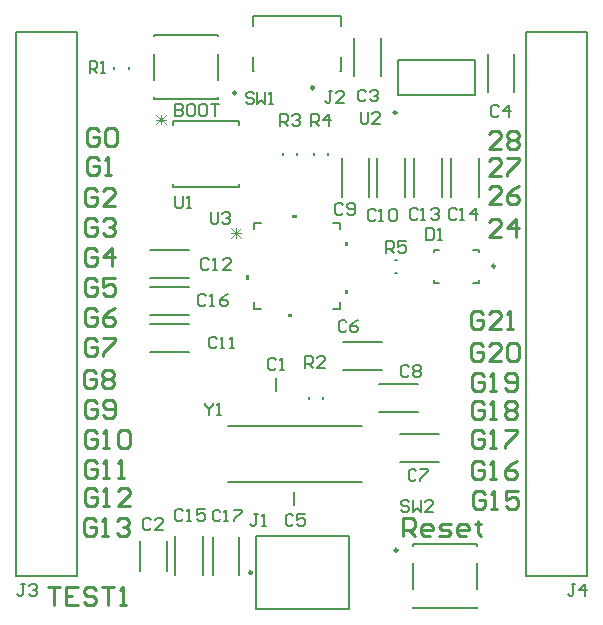
<source format=gto>
G04*
G04 #@! TF.GenerationSoftware,Altium Limited,Altium Designer,23.2.1 (34)*
G04*
G04 Layer_Color=65535*
%FSLAX44Y44*%
%MOMM*%
G71*
G04*
G04 #@! TF.SameCoordinates,E8D5E090-FEBE-4B84-8277-266302A2B947*
G04*
G04*
G04 #@! TF.FilePolarity,Positive*
G04*
G01*
G75*
%ADD10C,0.2500*%
%ADD11C,0.2000*%
%ADD12C,0.1524*%
%ADD13C,0.1270*%
%ADD14C,0.2540*%
%ADD15C,0.0762*%
G36*
X205900Y287025D02*
X203360D01*
Y283215D01*
X205900D01*
Y287025D01*
D02*
G37*
G36*
X242349Y254640D02*
X238539D01*
Y252100D01*
X242349D01*
Y254640D01*
D02*
G37*
G36*
X287180Y274833D02*
X289720D01*
Y271023D01*
X287180D01*
Y274833D01*
D02*
G37*
G36*
Y315473D02*
X289720D01*
Y311663D01*
X287180D01*
Y315473D01*
D02*
G37*
G36*
X246413Y335920D02*
X242603D01*
Y338460D01*
X246413D01*
Y335920D01*
D02*
G37*
D10*
X330740Y424897D02*
G03*
X330740Y424897I-1250J0D01*
G01*
X331475Y54385D02*
G03*
X331475Y54385I-1250J0D01*
G01*
X260790Y445890D02*
G03*
X260790Y445890I-1250J0D01*
G01*
X194900Y441550D02*
G03*
X194900Y441550I-1250J0D01*
G01*
X208210Y35360D02*
G03*
X208210Y35360I-1250J0D01*
G01*
X414220Y294890D02*
G03*
X414220Y294890I-1250J0D01*
G01*
D11*
X331990Y439660D02*
Y469660D01*
X396990D01*
Y439660D02*
Y469660D01*
X331990Y439660D02*
X396990D01*
X344475Y59385D02*
X398475D01*
Y5385D02*
Y6635D01*
Y21135D02*
Y43635D01*
Y58135D02*
Y59385D01*
X344475Y5385D02*
X398475D01*
X344475D02*
Y6635D01*
Y21135D02*
Y43635D01*
Y58135D02*
Y59385D01*
X209090Y506639D02*
X283990D01*
X209087Y498520D02*
Y506640D01*
Y459640D02*
Y471760D01*
Y459640D02*
X210390D01*
X282680Y459687D02*
X283993D01*
Y471760D01*
X283990Y498520D02*
Y506639D01*
X125400Y436550D02*
X179400D01*
X125400Y489300D02*
Y490550D01*
Y452300D02*
Y474800D01*
Y436550D02*
Y437800D01*
Y490550D02*
X179400D01*
Y489300D02*
Y490550D01*
Y452300D02*
Y474800D01*
Y436550D02*
Y437800D01*
X113650Y36999D02*
Y62061D01*
X136150Y36999D02*
Y62061D01*
X121899Y277323D02*
X154961D01*
X121899Y253761D02*
X154961D01*
X333989Y129189D02*
X367051D01*
X333989Y152751D02*
X367051D01*
X316209Y171099D02*
X349271D01*
X316209Y194661D02*
X349271D01*
X174951Y33469D02*
Y65591D01*
X197572Y33469D02*
Y65591D01*
X430411Y442409D02*
Y474531D01*
X407789Y442409D02*
Y474531D01*
X104040Y461440D02*
Y463440D01*
X91540Y461440D02*
Y463440D01*
X243840Y92290D02*
Y103290D01*
X329200Y289390D02*
X331200D01*
X329200Y299890D02*
X331200D01*
X439940Y492990D02*
X492240D01*
X439940Y32790D02*
Y492990D01*
X492240Y32790D02*
Y492990D01*
X439940Y32790D02*
X492240D01*
X8140Y492990D02*
X60440D01*
X8140Y32790D02*
Y492990D01*
X60440Y32790D02*
Y492990D01*
X8140Y32790D02*
X60440D01*
X228600Y188810D02*
Y199810D01*
X256257Y182310D02*
Y184310D01*
X268757Y182310D02*
Y184310D01*
X376841Y353407D02*
Y386469D01*
X400403Y353407D02*
Y386469D01*
X345518Y353407D02*
Y386469D01*
X369080Y353407D02*
Y386469D01*
X121899Y284545D02*
X154961D01*
X121899Y308107D02*
X154961D01*
X121899Y222196D02*
X154961D01*
X121899Y245758D02*
X154961D01*
X166989Y32999D02*
Y66061D01*
X143427Y32999D02*
Y66061D01*
X314304Y353407D02*
Y386469D01*
X337866Y353407D02*
Y386469D01*
X284129Y353407D02*
Y386469D01*
X307691Y353407D02*
Y386469D01*
X317540Y455579D02*
Y487701D01*
X294919Y455579D02*
Y487701D01*
X246692Y388530D02*
Y390530D01*
X234192Y388530D02*
Y390530D01*
X272950Y388530D02*
Y390530D01*
X260450Y388530D02*
Y390530D01*
X212110Y4610D02*
Y66110D01*
Y4610D02*
X290810D01*
Y66110D01*
X212110D02*
X290810D01*
X285729Y206659D02*
X318791D01*
X285729Y230221D02*
X318791D01*
X400220Y280640D02*
Y282890D01*
Y306390D02*
Y308640D01*
X362220D02*
X366970D01*
X395470D02*
X400220D01*
X362220Y280640D02*
Y282890D01*
Y306390D02*
Y308640D01*
Y280640D02*
X366970D01*
X395470D02*
X400220D01*
X300279Y425368D02*
Y417038D01*
X301945Y415372D01*
X305278D01*
X306944Y417038D01*
Y425368D01*
X316941Y415372D02*
X310276D01*
X316941Y422036D01*
Y423702D01*
X315275Y425368D01*
X311942D01*
X310276Y423702D01*
X168384Y179161D02*
Y177495D01*
X171717Y174162D01*
X175049Y177495D01*
Y179161D01*
X171717Y174162D02*
Y169164D01*
X178381D02*
X181714D01*
X180047D01*
Y179161D01*
X178381Y177495D01*
X173279Y340278D02*
Y331948D01*
X174946Y330282D01*
X178278D01*
X179944Y331948D01*
Y340278D01*
X183276Y338612D02*
X184942Y340278D01*
X188274D01*
X189941Y338612D01*
Y336946D01*
X188274Y335280D01*
X186608D01*
X188274D01*
X189941Y333614D01*
Y331948D01*
X188274Y330282D01*
X184942D01*
X183276Y331948D01*
X143195Y354248D02*
Y345918D01*
X144862Y344252D01*
X148194D01*
X149860Y345918D01*
Y354248D01*
X153192Y344252D02*
X156524D01*
X154858D01*
Y354248D01*
X153192Y352582D01*
X341315Y94772D02*
X339649Y96438D01*
X336317D01*
X334651Y94772D01*
Y93106D01*
X336317Y91440D01*
X339649D01*
X341315Y89774D01*
Y88108D01*
X339649Y86442D01*
X336317D01*
X334651Y88108D01*
X344648Y96438D02*
Y86442D01*
X347980Y89774D01*
X351312Y86442D01*
Y96438D01*
X361309Y86442D02*
X354645D01*
X361309Y93106D01*
Y94772D01*
X359643Y96438D01*
X356311D01*
X354645Y94772D01*
X209632Y440212D02*
X207966Y441878D01*
X204633D01*
X202967Y440212D01*
Y438546D01*
X204633Y436880D01*
X207966D01*
X209632Y435214D01*
Y433548D01*
X207966Y431882D01*
X204633D01*
X202967Y433548D01*
X212964Y441878D02*
Y431882D01*
X216296Y435214D01*
X219628Y431882D01*
Y441878D01*
X222961Y431882D02*
X226293D01*
X224627D01*
Y441878D01*
X222961Y440212D01*
X321869Y306152D02*
Y316148D01*
X326868D01*
X328534Y314482D01*
Y311150D01*
X326868Y309484D01*
X321869D01*
X325202D02*
X328534Y306152D01*
X338531Y316148D02*
X331866D01*
Y311150D01*
X335198Y312816D01*
X336865D01*
X338531Y311150D01*
Y307818D01*
X336865Y306152D01*
X333532D01*
X331866Y307818D01*
X258554Y413766D02*
Y423763D01*
X263553D01*
X265219Y422097D01*
Y418764D01*
X263553Y417098D01*
X258554D01*
X261887D02*
X265219Y413766D01*
X273550D02*
Y423763D01*
X268551Y418764D01*
X275216D01*
X232139Y413766D02*
Y423763D01*
X237137D01*
X238803Y422097D01*
Y418764D01*
X237137Y417098D01*
X232139D01*
X235471D02*
X238803Y413766D01*
X242135Y422097D02*
X243801Y423763D01*
X247134D01*
X248800Y422097D01*
Y420430D01*
X247134Y418764D01*
X245467D01*
X247134D01*
X248800Y417098D01*
Y415432D01*
X247134Y413766D01*
X243801D01*
X242135Y415432D01*
X253289Y208362D02*
Y218358D01*
X258288D01*
X259954Y216692D01*
Y213360D01*
X258288Y211694D01*
X253289D01*
X256622D02*
X259954Y208362D01*
X269951D02*
X263286D01*
X269951Y215026D01*
Y216692D01*
X268284Y218358D01*
X264952D01*
X263286Y216692D01*
X70806Y458552D02*
Y468548D01*
X75804D01*
X77470Y466882D01*
Y463550D01*
X75804Y461884D01*
X70806D01*
X74138D02*
X77470Y458552D01*
X80802D02*
X84135D01*
X82468D01*
Y468548D01*
X80802Y466882D01*
X482204Y25318D02*
X478872D01*
X480538D01*
Y16988D01*
X478872Y15322D01*
X477206D01*
X475539Y16988D01*
X490535Y15322D02*
Y25318D01*
X485536Y20320D01*
X492201D01*
X16114Y25318D02*
X12782D01*
X14448D01*
Y16988D01*
X12782Y15322D01*
X11115D01*
X9449Y16988D01*
X19446Y23652D02*
X21112Y25318D01*
X24444D01*
X26111Y23652D01*
Y21986D01*
X24444Y20320D01*
X22778D01*
X24444D01*
X26111Y18654D01*
Y16988D01*
X24444Y15322D01*
X21112D01*
X19446Y16988D01*
X276464Y443148D02*
X273132D01*
X274798D01*
Y434818D01*
X273132Y433152D01*
X271465D01*
X269799Y434818D01*
X286461Y433152D02*
X279796D01*
X286461Y439816D01*
Y441482D01*
X284795Y443148D01*
X281462D01*
X279796Y441482D01*
X213149Y85181D02*
X209817D01*
X211483D01*
Y76850D01*
X209817Y75184D01*
X208151D01*
X206485Y76850D01*
X216481Y75184D02*
X219813D01*
X218147D01*
Y85181D01*
X216481Y83515D01*
X355836Y326735D02*
Y316738D01*
X360835D01*
X362501Y318404D01*
Y325069D01*
X360835Y326735D01*
X355836D01*
X365833Y316738D02*
X369165D01*
X367499D01*
Y326735D01*
X365833Y325069D01*
X181653Y87071D02*
X179987Y88737D01*
X176655D01*
X174988Y87071D01*
Y80406D01*
X176655Y78740D01*
X179987D01*
X181653Y80406D01*
X184985Y78740D02*
X188318D01*
X186651D01*
Y88737D01*
X184985Y87071D01*
X193316Y88737D02*
X199980D01*
Y87071D01*
X193316Y80406D01*
Y78740D01*
X169429Y269693D02*
X167763Y271359D01*
X164430D01*
X162764Y269693D01*
Y263028D01*
X164430Y261362D01*
X167763D01*
X169429Y263028D01*
X172761Y261362D02*
X176093D01*
X174427D01*
Y271359D01*
X172761Y269693D01*
X187756Y271359D02*
X184424Y269693D01*
X181091Y266360D01*
Y263028D01*
X182758Y261362D01*
X186090D01*
X187756Y263028D01*
Y264694D01*
X186090Y266360D01*
X181091D01*
X150157Y87579D02*
X148491Y89245D01*
X145159D01*
X143492Y87579D01*
Y80914D01*
X145159Y79248D01*
X148491D01*
X150157Y80914D01*
X153489Y79248D02*
X156821D01*
X155155D01*
Y89245D01*
X153489Y87579D01*
X168484Y89245D02*
X161820D01*
Y84246D01*
X165152Y85913D01*
X166818D01*
X168484Y84246D01*
Y80914D01*
X166818Y79248D01*
X163486D01*
X161820Y80914D01*
X381519Y342422D02*
X379852Y344088D01*
X376520D01*
X374854Y342422D01*
Y335758D01*
X376520Y334092D01*
X379852D01*
X381519Y335758D01*
X384851Y334092D02*
X388183D01*
X386517D01*
Y344088D01*
X384851Y342422D01*
X398180Y334092D02*
Y344088D01*
X393181Y339090D01*
X399846D01*
X348498Y342422D02*
X346832Y344088D01*
X343500D01*
X341834Y342422D01*
Y335758D01*
X343500Y334092D01*
X346832D01*
X348498Y335758D01*
X351831Y334092D02*
X355163D01*
X353497D01*
Y344088D01*
X351831Y342422D01*
X360162D02*
X361828Y344088D01*
X365160D01*
X366826Y342422D01*
Y340756D01*
X365160Y339090D01*
X363494D01*
X365160D01*
X366826Y337424D01*
Y335758D01*
X365160Y334092D01*
X361828D01*
X360162Y335758D01*
X171968Y299658D02*
X170302Y301324D01*
X166970D01*
X165304Y299658D01*
Y292993D01*
X166970Y291327D01*
X170302D01*
X171968Y292993D01*
X175301Y291327D02*
X178633D01*
X176967D01*
Y301324D01*
X175301Y299658D01*
X190296Y291327D02*
X183631D01*
X190296Y297992D01*
Y299658D01*
X188630Y301324D01*
X185298D01*
X183631Y299658D01*
X178347Y233499D02*
X176681Y235165D01*
X173349D01*
X171682Y233499D01*
Y226835D01*
X173349Y225169D01*
X176681D01*
X178347Y226835D01*
X181679Y225169D02*
X185011D01*
X183345D01*
Y235165D01*
X181679Y233499D01*
X190010Y225169D02*
X193342D01*
X191676D01*
Y235165D01*
X190010Y233499D01*
X312938Y341152D02*
X311272Y342818D01*
X307940D01*
X306274Y341152D01*
Y334488D01*
X307940Y332822D01*
X311272D01*
X312938Y334488D01*
X316271Y332822D02*
X319603D01*
X317937D01*
Y342818D01*
X316271Y341152D01*
X324602D02*
X326268Y342818D01*
X329600D01*
X331266Y341152D01*
Y334488D01*
X329600Y332822D01*
X326268D01*
X324602Y334488D01*
Y341152D01*
X285354Y346232D02*
X283688Y347898D01*
X280355D01*
X278689Y346232D01*
Y339568D01*
X280355Y337902D01*
X283688D01*
X285354Y339568D01*
X288686D02*
X290352Y337902D01*
X293685D01*
X295351Y339568D01*
Y346232D01*
X293685Y347898D01*
X290352D01*
X288686Y346232D01*
Y344566D01*
X290352Y342900D01*
X295351D01*
X341234Y209072D02*
X339568Y210738D01*
X336236D01*
X334569Y209072D01*
Y202408D01*
X336236Y200742D01*
X339568D01*
X341234Y202408D01*
X344566Y209072D02*
X346232Y210738D01*
X349565D01*
X351231Y209072D01*
Y207406D01*
X349565Y205740D01*
X351231Y204074D01*
Y202408D01*
X349565Y200742D01*
X346232D01*
X344566Y202408D01*
Y204074D01*
X346232Y205740D01*
X344566Y207406D01*
Y209072D01*
X346232Y205740D02*
X349565D01*
X347584Y121442D02*
X345918Y123108D01*
X342585D01*
X340919Y121442D01*
Y114778D01*
X342585Y113112D01*
X345918D01*
X347584Y114778D01*
X350916Y123108D02*
X357581D01*
Y121442D01*
X350916Y114778D01*
Y113112D01*
X288333Y247599D02*
X286667Y249265D01*
X283335D01*
X281668Y247599D01*
Y240934D01*
X283335Y239268D01*
X286667D01*
X288333Y240934D01*
X298330Y249265D02*
X294998Y247599D01*
X291665Y244266D01*
Y240934D01*
X293331Y239268D01*
X296664D01*
X298330Y240934D01*
Y242600D01*
X296664Y244266D01*
X291665D01*
X243444Y83342D02*
X241778Y85008D01*
X238445D01*
X236779Y83342D01*
Y76678D01*
X238445Y75012D01*
X241778D01*
X243444Y76678D01*
X253441Y85008D02*
X246776D01*
Y80010D01*
X250108Y81676D01*
X251775D01*
X253441Y80010D01*
Y76678D01*
X251775Y75012D01*
X248442D01*
X246776Y76678D01*
X417501Y429582D02*
X415835Y431248D01*
X412503D01*
X410837Y429582D01*
Y422918D01*
X412503Y421252D01*
X415835D01*
X417501Y422918D01*
X425832Y421252D02*
Y431248D01*
X420833Y426250D01*
X427498D01*
X304907Y442592D02*
X303241Y444258D01*
X299909D01*
X298242Y442592D01*
Y435927D01*
X299909Y434261D01*
X303241D01*
X304907Y435927D01*
X308239Y442592D02*
X309905Y444258D01*
X313237D01*
X314904Y442592D01*
Y440925D01*
X313237Y439259D01*
X311571D01*
X313237D01*
X314904Y437593D01*
Y435927D01*
X313237Y434261D01*
X309905D01*
X308239Y435927D01*
X123016Y79532D02*
X121350Y81198D01*
X118018D01*
X116352Y79532D01*
Y72868D01*
X118018Y71202D01*
X121350D01*
X123016Y72868D01*
X133013Y71202D02*
X126349D01*
X133013Y77866D01*
Y79532D01*
X131347Y81198D01*
X128015D01*
X126349Y79532D01*
X228600Y215422D02*
X226934Y217088D01*
X223602D01*
X221936Y215422D01*
Y208758D01*
X223602Y207092D01*
X226934D01*
X228600Y208758D01*
X231932Y207092D02*
X235264D01*
X233598D01*
Y217088D01*
X231932Y215422D01*
D12*
X197380Y414574D02*
Y417470D01*
X141500Y361590D02*
X197380D01*
Y364486D01*
X141500Y417470D02*
X197380D01*
X141500Y414574D02*
Y417470D01*
Y361590D02*
Y364486D01*
X282862Y325912D02*
Y331602D01*
X277172Y258958D02*
X282862D01*
X210218D02*
Y264648D01*
Y325912D02*
Y331602D01*
X277172D02*
X282862D01*
Y258958D02*
Y264648D01*
X210218Y258958D02*
X215908D01*
X210218Y331602D02*
X215908D01*
D13*
X187600Y159390D02*
X301600D01*
X187600Y112390D02*
X301600D01*
X143510Y431797D02*
Y421640D01*
X148588D01*
X150281Y423333D01*
Y425026D01*
X148588Y426718D01*
X143510D01*
X148588D01*
X150281Y428411D01*
Y430104D01*
X148588Y431797D01*
X143510D01*
X158745D02*
X155359D01*
X153667Y430104D01*
Y423333D01*
X155359Y421640D01*
X158745D01*
X160438Y423333D01*
Y430104D01*
X158745Y431797D01*
X168902D02*
X165516D01*
X163823Y430104D01*
Y423333D01*
X165516Y421640D01*
X168902D01*
X170595Y423333D01*
Y430104D01*
X168902Y431797D01*
X173980D02*
X180751D01*
X177366D01*
Y421640D01*
D14*
X35560Y22855D02*
X45717D01*
X40638D01*
Y7620D01*
X60952Y22855D02*
X50795D01*
Y7620D01*
X60952D01*
X50795Y15237D02*
X55873D01*
X76187Y20316D02*
X73648Y22855D01*
X68569D01*
X66030Y20316D01*
Y17777D01*
X68569Y15237D01*
X73648D01*
X76187Y12698D01*
Y10159D01*
X73648Y7620D01*
X68569D01*
X66030Y10159D01*
X81265Y22855D02*
X91422D01*
X86344D01*
Y7620D01*
X96500D02*
X101579D01*
X99039D01*
Y22855D01*
X96500Y20316D01*
X419097Y319373D02*
X408940D01*
X419097Y329529D01*
Y332068D01*
X416558Y334608D01*
X411479D01*
X408940Y332068D01*
X431793Y319373D02*
Y334608D01*
X424175Y326990D01*
X434332D01*
X419097Y347313D02*
X408940D01*
X419097Y357469D01*
Y360009D01*
X416558Y362548D01*
X411479D01*
X408940Y360009D01*
X434332Y362548D02*
X429253Y360009D01*
X424175Y354930D01*
Y349852D01*
X426714Y347313D01*
X431793D01*
X434332Y349852D01*
Y352391D01*
X431793Y354930D01*
X424175D01*
X419097Y370840D02*
X408940D01*
X419097Y380997D01*
Y383536D01*
X416558Y386075D01*
X411479D01*
X408940Y383536D01*
X424175Y386075D02*
X434332D01*
Y383536D01*
X424175Y373379D01*
Y370840D01*
X419097Y393700D02*
X408940D01*
X419097Y403857D01*
Y406396D01*
X416558Y408935D01*
X411479D01*
X408940Y406396D01*
X424175D02*
X426714Y408935D01*
X431793D01*
X434332Y406396D01*
Y403857D01*
X431793Y401317D01*
X434332Y398778D01*
Y396239D01*
X431793Y393700D01*
X426714D01*
X424175Y396239D01*
Y398778D01*
X426714Y401317D01*
X424175Y403857D01*
Y406396D01*
X426714Y401317D02*
X431793D01*
X403857Y253996D02*
X401317Y256535D01*
X396239D01*
X393700Y253996D01*
Y243839D01*
X396239Y241300D01*
X401317D01*
X403857Y243839D01*
Y248918D01*
X398778D01*
X419092Y241300D02*
X408935D01*
X419092Y251457D01*
Y253996D01*
X416553Y256535D01*
X411474D01*
X408935Y253996D01*
X424170Y241300D02*
X429249D01*
X426709D01*
Y256535D01*
X424170Y253996D01*
X403857Y227326D02*
X401317Y229865D01*
X396239D01*
X393700Y227326D01*
Y217169D01*
X396239Y214630D01*
X401317D01*
X403857Y217169D01*
Y222248D01*
X398778D01*
X419092Y214630D02*
X408935D01*
X419092Y224787D01*
Y227326D01*
X416553Y229865D01*
X411474D01*
X408935Y227326D01*
X424170D02*
X426709Y229865D01*
X431788D01*
X434327Y227326D01*
Y217169D01*
X431788Y214630D01*
X426709D01*
X424170Y217169D01*
Y227326D01*
X405127Y201926D02*
X402588Y204465D01*
X397509D01*
X394970Y201926D01*
Y191769D01*
X397509Y189230D01*
X402588D01*
X405127Y191769D01*
Y196847D01*
X400048D01*
X410205Y189230D02*
X415283D01*
X412744D01*
Y204465D01*
X410205Y201926D01*
X422901Y191769D02*
X425440Y189230D01*
X430518D01*
X433058Y191769D01*
Y201926D01*
X430518Y204465D01*
X425440D01*
X422901Y201926D01*
Y199387D01*
X425440Y196847D01*
X433058D01*
X405127Y177796D02*
X402588Y180335D01*
X397509D01*
X394970Y177796D01*
Y167639D01*
X397509Y165100D01*
X402588D01*
X405127Y167639D01*
Y172717D01*
X400048D01*
X410205Y165100D02*
X415283D01*
X412744D01*
Y180335D01*
X410205Y177796D01*
X422901D02*
X425440Y180335D01*
X430518D01*
X433058Y177796D01*
Y175257D01*
X430518Y172717D01*
X433058Y170178D01*
Y167639D01*
X430518Y165100D01*
X425440D01*
X422901Y167639D01*
Y170178D01*
X425440Y172717D01*
X422901Y175257D01*
Y177796D01*
X425440Y172717D02*
X430518D01*
X405127Y153666D02*
X402588Y156205D01*
X397509D01*
X394970Y153666D01*
Y143509D01*
X397509Y140970D01*
X402588D01*
X405127Y143509D01*
Y148588D01*
X400048D01*
X410205Y140970D02*
X415283D01*
X412744D01*
Y156205D01*
X410205Y153666D01*
X422901Y156205D02*
X433058D01*
Y153666D01*
X422901Y143509D01*
Y140970D01*
X405127Y126996D02*
X402588Y129535D01*
X397509D01*
X394970Y126996D01*
Y116839D01*
X397509Y114300D01*
X402588D01*
X405127Y116839D01*
Y121917D01*
X400048D01*
X410205Y114300D02*
X415283D01*
X412744D01*
Y129535D01*
X410205Y126996D01*
X433058Y129535D02*
X427979Y126996D01*
X422901Y121917D01*
Y116839D01*
X425440Y114300D01*
X430518D01*
X433058Y116839D01*
Y119378D01*
X430518Y121917D01*
X422901D01*
X405393Y101499D02*
X402854Y104039D01*
X397775D01*
X395236Y101499D01*
Y91343D01*
X397775Y88804D01*
X402854D01*
X405393Y91343D01*
Y96421D01*
X400315D01*
X410471Y88804D02*
X415550D01*
X413010D01*
Y104039D01*
X410471Y101499D01*
X433324Y104039D02*
X423167D01*
Y96421D01*
X428246Y98960D01*
X430785D01*
X433324Y96421D01*
Y91343D01*
X430785Y88804D01*
X425706D01*
X423167Y91343D01*
X336550Y66040D02*
Y81275D01*
X344168D01*
X346707Y78736D01*
Y73657D01*
X344168Y71118D01*
X336550D01*
X341628D02*
X346707Y66040D01*
X359403D02*
X354324D01*
X351785Y68579D01*
Y73657D01*
X354324Y76197D01*
X359403D01*
X361942Y73657D01*
Y71118D01*
X351785D01*
X367020Y66040D02*
X374638D01*
X377177Y68579D01*
X374638Y71118D01*
X369559D01*
X367020Y73657D01*
X369559Y76197D01*
X377177D01*
X389873Y66040D02*
X384794D01*
X382255Y68579D01*
Y73657D01*
X384794Y76197D01*
X389873D01*
X392412Y73657D01*
Y71118D01*
X382255D01*
X400029Y78736D02*
Y76197D01*
X397490D01*
X402569D01*
X400029D01*
Y68579D01*
X402569Y66040D01*
X76197Y78736D02*
X73657Y81275D01*
X68579D01*
X66040Y78736D01*
Y68579D01*
X68579Y66040D01*
X73657D01*
X76197Y68579D01*
Y73657D01*
X71118D01*
X81275Y66040D02*
X86353D01*
X83814D01*
Y81275D01*
X81275Y78736D01*
X93971D02*
X96510Y81275D01*
X101588D01*
X104128Y78736D01*
Y76197D01*
X101588Y73657D01*
X99049D01*
X101588D01*
X104128Y71118D01*
Y68579D01*
X101588Y66040D01*
X96510D01*
X93971Y68579D01*
X77467Y104136D02*
X74928Y106675D01*
X69849D01*
X67310Y104136D01*
Y93979D01*
X69849Y91440D01*
X74928D01*
X77467Y93979D01*
Y99058D01*
X72388D01*
X82545Y91440D02*
X87623D01*
X85084D01*
Y106675D01*
X82545Y104136D01*
X105398Y91440D02*
X95241D01*
X105398Y101597D01*
Y104136D01*
X102858Y106675D01*
X97780D01*
X95241Y104136D01*
X77467Y128266D02*
X74928Y130805D01*
X69849D01*
X67310Y128266D01*
Y118109D01*
X69849Y115570D01*
X74928D01*
X77467Y118109D01*
Y123188D01*
X72388D01*
X82545Y115570D02*
X87623D01*
X85084D01*
Y130805D01*
X82545Y128266D01*
X95241Y115570D02*
X100319D01*
X97780D01*
Y130805D01*
X95241Y128266D01*
X77467Y153666D02*
X74928Y156205D01*
X69849D01*
X67310Y153666D01*
Y143509D01*
X69849Y140970D01*
X74928D01*
X77467Y143509D01*
Y148588D01*
X72388D01*
X82545Y140970D02*
X87623D01*
X85084D01*
Y156205D01*
X82545Y153666D01*
X95241D02*
X97780Y156205D01*
X102858D01*
X105398Y153666D01*
Y143509D01*
X102858Y140970D01*
X97780D01*
X95241Y143509D01*
Y153666D01*
X77467Y179066D02*
X74928Y181605D01*
X69849D01*
X67310Y179066D01*
Y168909D01*
X69849Y166370D01*
X74928D01*
X77467Y168909D01*
Y173988D01*
X72388D01*
X82545Y168909D02*
X85084Y166370D01*
X90163D01*
X92702Y168909D01*
Y179066D01*
X90163Y181605D01*
X85084D01*
X82545Y179066D01*
Y176527D01*
X85084Y173988D01*
X92702D01*
X76197Y204466D02*
X73657Y207005D01*
X68579D01*
X66040Y204466D01*
Y194309D01*
X68579Y191770D01*
X73657D01*
X76197Y194309D01*
Y199387D01*
X71118D01*
X81275Y204466D02*
X83814Y207005D01*
X88893D01*
X91432Y204466D01*
Y201927D01*
X88893Y199387D01*
X91432Y196848D01*
Y194309D01*
X88893Y191770D01*
X83814D01*
X81275Y194309D01*
Y196848D01*
X83814Y199387D01*
X81275Y201927D01*
Y204466D01*
X83814Y199387D02*
X88893D01*
X77467Y231136D02*
X74928Y233675D01*
X69849D01*
X67310Y231136D01*
Y220979D01*
X69849Y218440D01*
X74928D01*
X77467Y220979D01*
Y226057D01*
X72388D01*
X82545Y233675D02*
X92702D01*
Y231136D01*
X82545Y220979D01*
Y218440D01*
X77467Y256536D02*
X74928Y259075D01*
X69849D01*
X67310Y256536D01*
Y246379D01*
X69849Y243840D01*
X74928D01*
X77467Y246379D01*
Y251458D01*
X72388D01*
X92702Y259075D02*
X87623Y256536D01*
X82545Y251458D01*
Y246379D01*
X85084Y243840D01*
X90163D01*
X92702Y246379D01*
Y248918D01*
X90163Y251458D01*
X82545D01*
X77467Y281936D02*
X74928Y284475D01*
X69849D01*
X67310Y281936D01*
Y271779D01*
X69849Y269240D01*
X74928D01*
X77467Y271779D01*
Y276857D01*
X72388D01*
X92702Y284475D02*
X82545D01*
Y276857D01*
X87623Y279397D01*
X90163D01*
X92702Y276857D01*
Y271779D01*
X90163Y269240D01*
X85084D01*
X82545Y271779D01*
X77467Y307336D02*
X74928Y309875D01*
X69849D01*
X67310Y307336D01*
Y297179D01*
X69849Y294640D01*
X74928D01*
X77467Y297179D01*
Y302257D01*
X72388D01*
X90163Y294640D02*
Y309875D01*
X82545Y302257D01*
X92702D01*
X77467Y332736D02*
X74928Y335275D01*
X69849D01*
X67310Y332736D01*
Y322579D01*
X69849Y320040D01*
X74928D01*
X77467Y322579D01*
Y327658D01*
X72388D01*
X82545Y332736D02*
X85084Y335275D01*
X90163D01*
X92702Y332736D01*
Y330197D01*
X90163Y327658D01*
X87623D01*
X90163D01*
X92702Y325118D01*
Y322579D01*
X90163Y320040D01*
X85084D01*
X82545Y322579D01*
X77467Y358136D02*
X74928Y360675D01*
X69849D01*
X67310Y358136D01*
Y347979D01*
X69849Y345440D01*
X74928D01*
X77467Y347979D01*
Y353058D01*
X72388D01*
X92702Y345440D02*
X82545D01*
X92702Y355597D01*
Y358136D01*
X90163Y360675D01*
X85084D01*
X82545Y358136D01*
X78737Y384806D02*
X76198Y387345D01*
X71119D01*
X68580Y384806D01*
Y374649D01*
X71119Y372110D01*
X76198D01*
X78737Y374649D01*
Y379728D01*
X73658D01*
X83815Y372110D02*
X88893D01*
X86354D01*
Y387345D01*
X83815Y384806D01*
X78737Y408936D02*
X76198Y411475D01*
X71119D01*
X68580Y408936D01*
Y398779D01*
X71119Y396240D01*
X76198D01*
X78737Y398779D01*
Y403857D01*
X73658D01*
X83815Y408936D02*
X86354Y411475D01*
X91433D01*
X93972Y408936D01*
Y398779D01*
X91433Y396240D01*
X86354D01*
X83815Y398779D01*
Y408936D01*
D15*
X126768Y423224D02*
X135232Y414760D01*
X126768D02*
X135232Y423224D01*
X126768Y418992D02*
X135232D01*
X131000Y414760D02*
Y423224D01*
X190500Y326810D02*
X198964Y318346D01*
X190500D02*
X198964Y326810D01*
X190500Y322578D02*
X198964D01*
X194732Y318346D02*
Y326810D01*
M02*

</source>
